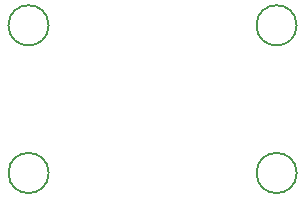
<source format=gbr>
%TF.GenerationSoftware,Altium Limited,Altium Designer,20.1.12 (249)*%
G04 Layer_Color=16711935*
%FSLAX45Y45*%
%MOMM*%
%TF.SameCoordinates,27206DED-D720-4121-B7EB-46A740E941A3*%
%TF.FilePolarity,Positive*%
%TF.FileFunction,Keep-out,Top*%
%TF.Part,Single*%
G01*
G75*
%TA.AperFunction,NonConductor*%
%ADD38C,0.20000*%
D38*
X2470000Y200000D02*
G03*
X2470000Y200000I-170000J0D01*
G01*
Y1450000D02*
G03*
X2470000Y1450000I-170000J0D01*
G01*
X370000D02*
G03*
X370000Y1450000I-170000J0D01*
G01*
Y200000D02*
G03*
X370000Y200000I-170000J0D01*
G01*
%TF.MD5,b6c2e9353049d8576a3f7bba0346a9c4*%
M02*

</source>
